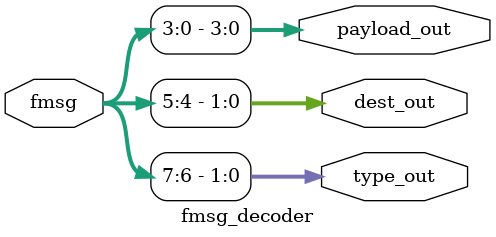
<source format=v>
module fmsg_decoder (
  input  wire [7:0] fmsg,        // 8-bit fmsg 封包輸入
  output wire [1:0] type_out,    // 解析出的 TYPE
  output wire [1:0] dest_out,    // 解析出的 DEST
  output wire [3:0] payload_out  // 解析出的 PAYLOAD
);

  // 解碼：將 8-bit 的 fmsg 封包分為 TYPE, DEST, PAYLOAD
  assign type_out    = fmsg[7:6];  // TYPE 由 fmsg 的 bit 7 到 bit 6 提取
  assign dest_out    = fmsg[5:4];  // DEST 由 fmsg 的 bit 5 到 bit 4 提取
  assign payload_out = fmsg[3:0];  // PAYLOAD 由 fmsg 的 bit 3 到 bit 0 提取

endmodule


</source>
